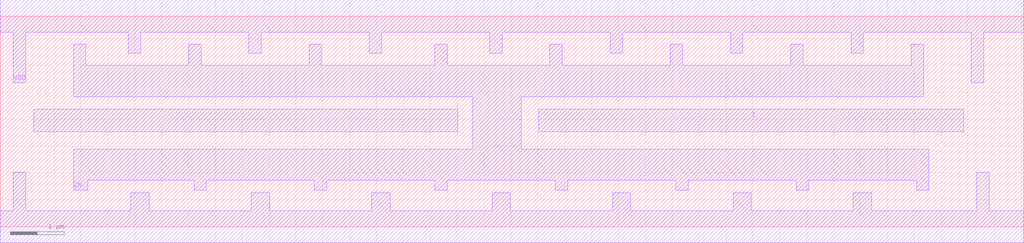
<source format=lef>
# Copyright 2022 GlobalFoundries PDK Authors
#
# Licensed under the Apache License, Version 2.0 (the "License");
# you may not use this file except in compliance with the License.
# You may obtain a copy of the License at
#
#      http://www.apache.org/licenses/LICENSE-2.0
#
# Unless required by applicable law or agreed to in writing, software
# distributed under the License is distributed on an "AS IS" BASIS,
# WITHOUT WARRANTIES OR CONDITIONS OF ANY KIND, either express or implied.
# See the License for the specific language governing permissions and
# limitations under the License.

MACRO gf180mcu_fd_sc_mcu7t5v0__inv_16
  CLASS core ;
  FOREIGN gf180mcu_fd_sc_mcu7t5v0__inv_16 0.0 0.0 ;
  ORIGIN 0 0 ;
  SYMMETRY X Y ;
  SITE GF018hv5v_mcu_sc7 ;
  SIZE 19.04 BY 3.92 ;
  PIN I
    DIRECTION INPUT ;
    ANTENNAGATEAREA 17.632 ;
    PORT
      LAYER Metal1 ;
        POLYGON 0.62 1.765 8.51 1.765 8.51 2.19 0.62 2.19  ;
        POLYGON 10.015 1.765 17.92 1.765 17.92 2.19 10.015 2.19  ;
    END
  END I
  PIN ZN
    DIRECTION OUTPUT ;
    ANTENNADIFFAREA 9.4624 ;
    PORT
      LAYER Metal1 ;
        POLYGON 1.365 2.42 8.79 2.42 8.79 1.445 1.365 1.445 1.365 0.675 1.625 0.675 1.625 0.865 3.605 0.865 3.605 0.675 3.835 0.675 3.835 0.865 5.845 0.865 5.845 0.675 6.075 0.675 6.075 0.865 8.085 0.865 8.085 0.675 8.315 0.675 8.315 0.865 10.325 0.865 10.325 0.675 10.555 0.675 10.555 0.865 12.565 0.865 12.565 0.675 12.795 0.675 12.795 0.865 14.805 0.865 14.805 0.675 15.035 0.675 15.035 0.865 17.045 0.865 17.045 0.675 17.275 0.675 17.275 1.445 9.69 1.445 9.69 2.42 17.175 2.42 17.175 3.39 16.945 3.39 16.945 3 14.935 3 14.935 3.39 14.705 3.39 14.705 3 12.695 3 12.695 3.39 12.465 3.39 12.465 3 10.455 3 10.455 3.39 10.225 3.39 10.225 3 8.31 3 8.31 3.39 8.08 3.39 8.08 3 5.975 3 5.975 3.39 5.745 3.39 5.745 3 3.735 3 3.735 3.39 3.505 3.39 3.505 3 1.595 3 1.595 3.39 1.365 3.39  ;
    END
  END ZN
  PIN VDD
    DIRECTION INOUT ;
    USE power ;
    SHAPE ABUTMENT ;
    PORT
      LAYER Metal1 ;
        POLYGON 0 3.62 0.245 3.62 0.245 2.68 0.475 2.68 0.475 3.62 2.385 3.62 2.385 3.23 2.615 3.23 2.615 3.62 4.625 3.62 4.625 3.23 4.855 3.23 4.855 3.62 6.865 3.62 6.865 3.23 7.095 3.23 7.095 3.62 9.105 3.62 9.105 3.23 9.335 3.23 9.335 3.62 11.345 3.62 11.345 3.23 11.575 3.23 11.575 3.62 13.585 3.62 13.585 3.23 13.815 3.23 13.815 3.62 15.825 3.62 15.825 3.23 16.055 3.23 16.055 3.62 18.065 3.62 18.065 2.68 18.295 2.68 18.295 3.62 19.04 3.62 19.04 4.22 0 4.22  ;
    END
  END VDD
  PIN VSS
    DIRECTION INOUT ;
    USE ground ;
    SHAPE ABUTMENT ;
    PORT
      LAYER Metal1 ;
        POLYGON 0 -0.3 19.04 -0.3 19.04 0.3 18.395 0.3 18.395 1.015 18.165 1.015 18.165 0.3 16.21 0.3 16.21 0.635 15.87 0.635 15.87 0.3 13.97 0.3 13.97 0.635 13.63 0.635 13.63 0.3 11.73 0.3 11.73 0.635 11.39 0.635 11.39 0.3 9.49 0.3 9.49 0.635 9.15 0.635 9.15 0.3 7.25 0.3 7.25 0.635 6.91 0.635 6.91 0.3 5.01 0.3 5.01 0.635 4.67 0.635 4.67 0.3 2.77 0.3 2.77 0.635 2.43 0.635 2.43 0.3 0.475 0.3 0.475 1.015 0.245 1.015 0.245 0.3 0 0.3  ;
    END
  END VSS
END gf180mcu_fd_sc_mcu7t5v0__inv_16

</source>
